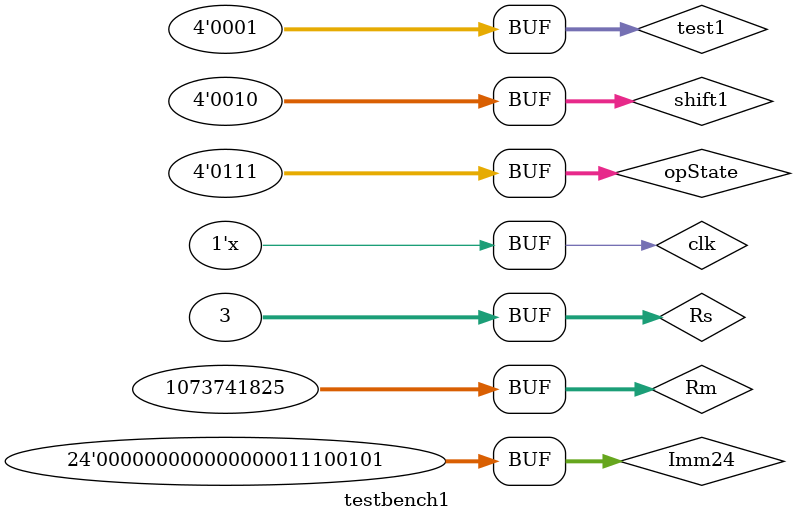
<source format=sv>
module testbench1 ();
	logic clk = 0;
	always begin 
		#10 clk = ~clk; 
	end
	
	logic [31:0] Rs = 32'b00000000000000000000000000000011; //some value coming
	logic [31:0] Rm = 32'b00000000000000000000000000000001; //same
	logic [23:0] Imm24 = 24'b000000000000001010000000;
	logic [3:0] opState = 1; //lets assume shamt5LSL happens first
	
	logic [31:0] src2;
	logic c;
	
	src2shift inst(Rs, Rm, Imm24, opState, src2, c);
	
	reg signed [3:0] test1 = 4'b0001;
	logic [3:0] shift1 = 2;
	
	initial begin
		#40;
		opState = 0;
		Imm24 = 24'b000000000000000100000101;
		#40;
		opState = 2;
		Imm24 = 24'b000000000000000011000101;
		#40;
		opState = 7;
		Imm24 = 24'b000000000000000011100101;
		Rm = 32'b01000000000000000000000000000001;
		//#40;
		//test1 = signed'(test1 <<< shift1);
	end
	
endmodule
</source>
